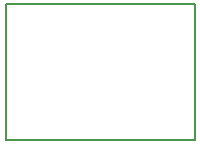
<source format=gm1>
G04 #@! TF.FileFunction,Profile,NP*
%FSLAX46Y46*%
G04 Gerber Fmt 4.6, Leading zero omitted, Abs format (unit mm)*
G04 Created by KiCad (PCBNEW 4.0.6-e0-6349~53~ubuntu16.04.1) date Wed Apr 19 22:32:26 2017*
%MOMM*%
%LPD*%
G01*
G04 APERTURE LIST*
%ADD10C,0.100000*%
%ADD11C,0.150000*%
G04 APERTURE END LIST*
D10*
D11*
X125000000Y-116000000D02*
X141000000Y-116000000D01*
X141000000Y-127500000D02*
X141000000Y-116000000D01*
X125000000Y-127500000D02*
X125000000Y-116000000D01*
X125000000Y-127500000D02*
X141000000Y-127500000D01*
M02*

</source>
